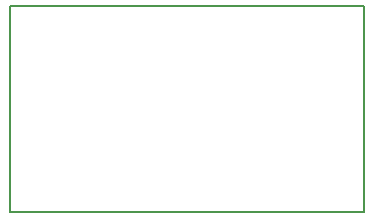
<source format=gm1>
G04 MADE WITH FRITZING*
G04 WWW.FRITZING.ORG*
G04 DOUBLE SIDED*
G04 HOLES PLATED*
G04 CONTOUR ON CENTER OF CONTOUR VECTOR*
%ASAXBY*%
%FSLAX23Y23*%
%MOIN*%
%OFA0B0*%
%SFA1.0B1.0*%
%ADD10R,1.187420X0.693087*%
%ADD11C,0.008000*%
%ADD10C,0.008*%
%LNCONTOUR*%
G90*
G70*
G54D10*
G54D11*
X4Y689D02*
X1183Y689D01*
X1183Y4D01*
X4Y4D01*
X4Y689D01*
D02*
G04 End of contour*
M02*
</source>
